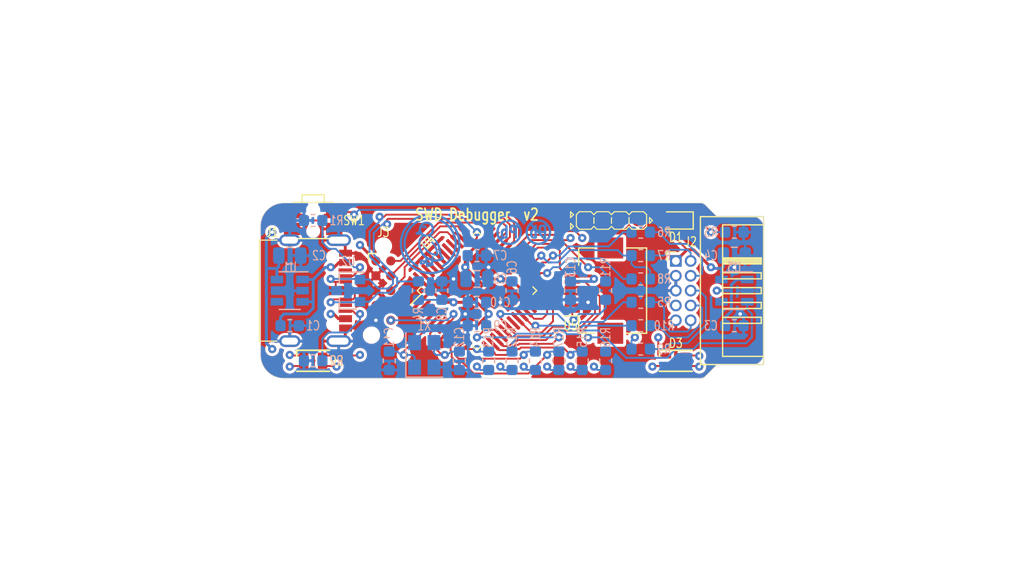
<source format=kicad_pcb>
(kicad_pcb (version 20221018) (generator pcbnew)
  (layers (0 "F.Cu" signal) (1 "In1.Cu" signal) (2 "In2.Cu" signal) (31 "B.Cu" signal) (34 "B.Paste" user) (35 "F.Paste" user) (36 "B.SilkS" user "B.Silkscreen") (37 "F.SilkS" user "F.Silkscreen") (38 "B.Mask" user) (39 "F.Mask" user) (44 "Edge.Cuts" user))
  (net 0 "")
  (net 1 "gnd")
  (net 2 "vusb")
  (net 3 "rgb_usb.green")
  (net 4 "mcu.digital_15")
  (net 5 "rgb_usb.blue_res.a")
  (net 6 "mcu.xtal.xtal_in")
  (net 7 "mcu.swd.swdio")
  (net 8 "lcd.spi.sck")
  (net 9 "swd.swd.reset")
  (net 10 "target.swd.swdio")
  (net 11 "mcu.digital_26")
  (net 12 "v3v3")
  (net 13 "lcd.reset")
  (net 14 "rgb_tgt.green")
  (net 15 "target_drv.swo_out")
  (net 16 "rgb_tgt.green_res.a")
  (net 17 "target_drv.swd.swclk")
  (net 18 "target_reg.en")
  (net 19 "swd.swd.swclk")
  (net 20 "mcu.digital_22")
  (net 21 "target_drv.swd.swo")
  (net 22 "mcu.spi_0.mosi")
  (net 23 "mcu.digital_12")
  (net 24 "crystal.crystal.b")
  (net 25 "mcu.digital_28")
  (net 26 "mcu.digital_18")
  (net 27 "target_drv.reset_in")
  (net 28 "mcu.swd.swo")
  (net 29 "rgb_tgt.package.red_k")
  (net 30 "rgb_usb.green_res.a")
  (net 31 "mcu.digital_27")
  (net 32 "led_target.signal")
  (net 33 "mcu.digital_13")
  (net 34 "usb_net.d_N")
  (net 35 "usb_net.d_P")
  (net 36 "rgb_tgt.blue_res.a")
  (net 37 "target.swd.reset")
  (net 38 "usb.port.B5")
  (net 39 "lcd.device.leda")
  (net 40 "lcd.rs")
  (net 41 "led_target.package.k")
  (net 42 "rgb_usb.red_res.a")
  (net 43 "rgb_usb.blue")
  (net 44 "usb.port.A5")
  (net 45 "(adapter)tdi_res.a.dst")
  (net 46 "lcd.cs")
  (net 47 "tdi_res.b")
  (footprint "calisco:USB_C_Receptacle_BSC_A40-00119" (layer "F.Cu") (at 141 56 -90)
    (fp_text reference "J1")
    (fp_text value "COM-15111 (Sparkfun)")
  )
  (footprint "calisco:LED_RGB_0606" (layer "F.Cu") (at 174 62)
    (fp_text reference "D3")
    (fp_text value "EAST1616RGBB2 (Everlight Electronics Co Ltd)")
  )
  (footprint "calisco:LED_RGB_0606" (layer "F.Cu") (at 143 62)
    (fp_text reference "D2")
    (fp_text value "EAST1616RGBB2 (Everlight Electronics Co Ltd)")
  )
  (footprint "Connector_FFC-FPC:Hirose_FH12-8S-0.5SH_1x08-1MP_P0.50mm_Horizontal" (layer "F.Cu") (at 167 56 90)
    (fp_text reference "U5")
    (fp_text value "QT096T_IF09, FH12-8S-0.5SH(55)")
  )
  (footprint "calisco:Indicator_IdDots_4" (layer "F.Cu") (at 168.5 50)
    (fp_text reference "2" hide)
    (fp_text value "IdDots4")
  )
  (footprint "Connector:Tag-Connect_TC2050-IDC-NL_2x05_P1.27mm_Vertical" (layer "F.Cu") (at 149 56 -90)
    (fp_text reference "J3")
    (fp_text value "SWD")
  )
  (footprint "Package_QFP:LQFP-48_7x7mm_P0.5mm" (layer "F.Cu") (at 157 56 45)
    (fp_text reference "U4")
    (fp_text value "STM32F103xxT6 (STMicroelectronics)")
  )
  (footprint "calisco:PinHeader_2x05_P1.27mm_Horizontal_Shrouded" (layer "F.Cu") (at 174 53.46)
    (fp_text reference "J2")
    (fp_text value "3220-10-0200-00 (CNC Tech) - SWD")
  )
  (footprint "LED_SMD:LED_0603_1608Metric" (layer "F.Cu") (at 174 50 180)
    (fp_text reference "D1")
    (fp_text value "LED")
  )
  (footprint "Button_Switch_SMD:SW_SPST_EVQP7C" (layer "F.Cu") (at 143 50 180)
    (fp_text reference "SW1")
    (fp_text value "EVQ-P7C01P")
  )
  (footprint "Capacitor_SMD:C_0603_1608Metric" (layer "B.Cu") (at 141 59)
    (fp_text reference "C1")
    (fp_text value "CL10A105KP8NNNC (Samsung Electro-Mechanics) - 1µF, 10V")
  )
  (footprint "Capacitor_SMD:C_0805_2012Metric" (layer "B.Cu") (at 141 53)
    (fp_text reference "C2")
    (fp_text value "CL21B225KPFNNNE (Samsung Electro-Mechanics) - 2.2µF, 10V")
  )
  (footprint "calisco:Symbol_Duckling" (layer "B.Cu") (at 153 52 180)
    (fp_text reference "U6" hide)
    (fp_text value "Duck" hide)
  )
  (footprint "Resistor_SMD:R_0603_1608Metric" (layer "B.Cu") (at 143 62)
    (fp_text reference "R2")
    (fp_text value "5.1k, 1%, 0.1W")
  )
  (footprint "Resistor_SMD:R_0603_1608Metric" (layer "B.Cu") (at 171 57)
    (fp_text reference "R5")
    (fp_text value "22, 1%, 0.1W")
  )
  (footprint "Resistor_SMD:R_0603_1608Metric" (layer "B.Cu") (at 171 51)
    (fp_text reference "R6")
    (fp_text value "22, 1%, 0.1W")
  )
  (footprint "Resistor_SMD:R_0603_1608Metric" (layer "B.Cu") (at 171 61)
    (fp_text reference "R9")
    (fp_text value "22, 1%, 0.1W")
  )
  (footprint "Resistor_SMD:R_0603_1608Metric" (layer "B.Cu") (at 171 59)
    (fp_text reference "R10")
    (fp_text value "22, 1%, 0.1W")
  )
  (footprint "Capacitor_SMD:C_0603_1608Metric" (layer "B.Cu") (at 149.5 62 -90)
    (fp_text reference "C11")
    (fp_text value "CC0603GRNPO9BN180 (Yageo) - 18pF, 50V")
  )
  (footprint "Resistor_SMD:R_0603_1608Metric" (layer "B.Cu") (at 164 62 90)
    (fp_text reference "R17")
    (fp_text value "1k, 1%, 0.1W")
  )
  (footprint "Resistor_SMD:R_0603_1608Metric" (layer "B.Cu") (at 166 62 90)
    (fp_text reference "R15")
    (fp_text value "1k, 1%, 0.1W")
  )
  (footprint "Resistor_SMD:R_0603_1608Metric" (layer "B.Cu") (at 158 62 90)
    (fp_text reference "R13")
    (fp_text value "1k, 1%, 0.1W")
  )
  (footprint "Resistor_SMD:R_0603_1608Metric" (layer "B.Cu") (at 160 62 90)
    (fp_text reference "R12")
    (fp_text value "1k, 1%, 0.1W")
  )
  (footprint "Capacitor_SMD:C_0603_1608Metric" (layer "B.Cu") (at 165 56 -90)
    (fp_text reference "C13")
    (fp_text value "CL10A105KP8NNNC (Samsung Electro-Mechanics) - 1µF, 10V")
  )
  (footprint "Package_TO_SOT_SMD:SOT-23" (layer "B.Cu") (at 146 56 180)
    (fp_text reference "U2")
    (fp_text value "TPD2E009 (Texas Instruments)")
  )
  (footprint "calisco:Indicator_LeadFree" (layer "B.Cu") (at 161 51)
    (fp_text reference "1" hide)
    (fp_text value "LeadFree" hide)
  )
  (footprint "Resistor_SMD:R_0603_1608Metric" (layer "B.Cu") (at 171 53)
    (fp_text reference "R7")
    (fp_text value "22, 1%, 0.1W")
  )
  (footprint "Resistor_SMD:R_0603_1608Metric" (layer "B.Cu") (at 171 55)
    (fp_text reference "R8")
    (fp_text value "100, 1%, 0.1W")
  )
  (footprint "Resistor_SMD:R_0603_1608Metric" (layer "B.Cu") (at 162 62 90)
    (fp_text reference "R14")
    (fp_text value "1k, 1%, 0.1W")
  )
  (footprint "Resistor_SMD:R_0603_1608Metric" (layer "B.Cu") (at 143 50)
    (fp_text reference "R1")
    (fp_text value "5.1k, 1%, 0.1W")
  )
  (footprint "Capacitor_SMD:C_0603_1608Metric" (layer "B.Cu") (at 154 56 90)
    (fp_text reference "C8")
    (fp_text value "CL10B104KB8NNNC (Samsung Electro-Mechanics) - 0.1µF, 50V")
  )
  (footprint "Capacitor_SMD:C_0603_1608Metric" (layer "B.Cu") (at 160 56 -90)
    (fp_text reference "C6")
    (fp_text value "CL10B104KB8NNNC (Samsung Electro-Mechanics) - 0.1µF, 50V")
  )
  (footprint "Capacitor_SMD:C_0603_1608Metric" (layer "B.Cu") (at 157 57 180)
    (fp_text reference "C10")
    (fp_text value "CL10A105KP8NNNC (Samsung Electro-Mechanics) - 1µF, 10V")
  )
  (footprint "Capacitor_SMD:C_0603_1608Metric" (layer "B.Cu") (at 157 59 180)
    (fp_text reference "C9")
    (fp_text value "CL10B103KB8NNNC (Samsung Electro-Mechanics) - 10000pF, 50V")
  )
  (footprint "Capacitor_SMD:C_0805_2012Metric" (layer "B.Cu") (at 157 55)
    (fp_text reference "C5")
    (fp_text value "CL21A475KQFNNNG (Samsung Electro-Mechanics) - 4.7µF, 6.3V")
  )
  (footprint "Capacitor_SMD:C_0603_1608Metric" (layer "B.Cu") (at 157 53)
    (fp_text reference "C7")
    (fp_text value "CL10B104KB8NNNC (Samsung Electro-Mechanics) - 0.1µF, 50V")
  )
  (footprint "Resistor_SMD:R_0603_1608Metric" (layer "B.Cu") (at 168 56 -90)
    (fp_text reference "R11")
    (fp_text value "100, 1%, 0.1W")
  )
  (footprint "Resistor_SMD:R_0603_1608Metric" (layer "B.Cu") (at 179 51)
    (fp_text reference "R3")
    (fp_text value "1k, 1%, 0.1W")
  )
  (footprint "Capacitor_SMD:C_0603_1608Metric" (layer "B.Cu") (at 179 59)
    (fp_text reference "C3")
    (fp_text value "CL10A105KP8NNNC (Samsung Electro-Mechanics) - 1µF, 10V")
  )
  (footprint "Package_TO_SOT_SMD:SOT-23-5" (layer "B.Cu") (at 179 56 180)
    (fp_text reference "U3")
    (fp_text value "AP2204K-3.3 (Diodes Incorporated)")
  )
  (footprint "Capacitor_SMD:C_0805_2012Metric" (layer "B.Cu") (at 179 53)
    (fp_text reference "C4")
    (fp_text value "CL21B225KPFNNNE (Samsung Electro-Mechanics) - 2.2µF, 10V")
  )
  (footprint "Resistor_SMD:R_0603_1608Metric" (layer "B.Cu") (at 152 56 90)
    (fp_text reference "R4")
    (fp_text value "1.5k, 1%, 0.1W")
  )
  (footprint "Resistor_SMD:R_0603_1608Metric" (layer "B.Cu") (at 168 62 90)
    (fp_text reference "R16")
    (fp_text value "1k, 1%, 0.1W")
  )
  (footprint "Oscillator:Oscillator_SMD_Abracon_ASE-4Pin_3.2x2.5mm" (layer "B.Cu") (at 152.5 61.5 90)
    (fp_text reference "X1")
    (fp_text value "7V-12.000MAHE-T (TXC)")
  )
  (footprint "Capacitor_SMD:C_0603_1608Metric" (layer "B.Cu") (at 155.5 62 -90)
    (fp_text reference "C12")
    (fp_text value "CC0603GRNPO9BN180 (Yageo) - 18pF, 50V")
  )
  (footprint "Package_TO_SOT_SMD:SOT-23-5" (layer "B.Cu") (at 141 56 180)
    (fp_text reference "U1")
    (fp_text value "AP2204K-3.3 (Diodes Incorporated)")
  )
  (gr_line (start 140.5 63.5) (end 176.35 63.5) (stroke (width 0.05)) (layer "Edge.Cuts"))
  (gr_line (start 177.5 49.65) (end 176.35 48.5) (stroke (width 0.05)) (layer "Edge.Cuts"))
  (gr_line (start 176.35 63.5) (end 177.5 62.35) (stroke (width 0.05)) (layer "Edge.Cuts"))
  (gr_line (start 181.5 62.35) (end 177.5 62.35) (stroke (width 0.05)) (layer "Edge.Cuts"))
  (gr_line (start 181.5 49.65) (end 181.5 62.35) (stroke (width 0.05)) (layer "Edge.Cuts"))
  (gr_line (start 140.5 48.5) (end 176.35 48.5) (stroke (width 0.05)) (layer "Edge.Cuts"))
  (gr_line (start 138.5 61.5) (end 138.5 50.5) (stroke (width 0.05)) (layer "Edge.Cuts"))
  (gr_arc (start 140.5 63.5) (mid 139.085786 62.914214) (end 138.5 61.5) (stroke (width 0.05)) (layer "Edge.Cuts"))
  (gr_arc (start 138.5 50.5) (mid 139.085786 49.085786) (end 140.5 48.5) (stroke (width 0.05)) (layer "Edge.Cuts"))
  (gr_line (start 177.5 49.65) (end 181.5 49.65) (stroke (width 0.05)) (layer "Edge.Cuts"))
  (gr_text "SWD Debugger  v2" (at 157 49.5) (layer "F.SilkS") (effects (font (size 1 0.75))))
  (segment (start 158.352342 51.465678) (end 157.5 52.31802) (width 0.25) (layer "F.Cu") (net 1))
  (segment (start 157.5 53.5) (end 158 54) (width 0.25) (layer "F.Cu") (net 1))
  (segment (start 160.68198 56.5) (end 159.5 56.5) (width 0.25) (layer "F.Cu") (net 1))
  (segment (start 161.534322 57.352342) (end 160.68198 56.5) (width 0.25) (layer "F.Cu") (net 1))
  (segment (start 154.586998 59.473662) (end 156 58.06066) (width 0.25) (layer "F.Cu") (net 1))
  (segment (start 156 58.06066) (end 156 58) (width 0.25) (layer "F.Cu") (net 1))
  (segment (start 159.5 56.5) (end 159 57) (width 0.25) (layer "F.Cu") (net 1))
  (segment (start 153.31802 55.5) (end 154.5 55.5) (width 0.25) (layer "F.Cu") (net 1))
  (segment (start 152.465678 54.647658) (end 153.31802 55.5) (width 0.25) (layer "F.Cu") (net 1))
  (segment (start 154.5 55.5) (end 155 55) (width 0.25) (layer "F.Cu") (net 1))
  (segment (start 157.5 52.31802) (end 157.5 53.5) (width 0.25) (layer "F.Cu") (net 1))
  (segment (start 153.526338 53.586998) (end 154.93934 55) (width 0.16) (layer "F.Cu") (net 1))
  (segment (start 154.93934 55) (end 155 55) (width 0.16) (layer "F.Cu") (net 1))
  (segment (start 145.745 52.8) (end 145.745 51.68) (width 0.25) (layer "F.Cu") (net 1))
  (segment (start 145.745 59.2) (end 145.745 60.32) (width 0.25) (layer "F.Cu") (net 1))
  (segment (start 166.25 57.25) (end 166.5 57) (width 0.25) (layer "F.Cu") (net 1))
  (segment (start 165.15 57.25) (end 166.25 57.25) (width 0.25) (layer "F.Cu") (net 1))
  (via (at 159 57) (size 0.7) (drill 0.3) (layers "F.Cu" "B.Cu") (net 1))
  (via (at 155 55) (size 0.7) (drill 0.3) (layers "F.Cu" "B.Cu") (net 1))
  (via (at 158 54) (size 0.7) (drill 0.3) (layers "F.Cu" "B.Cu") (net 1))
  (via (at 156 58) (size 0.7) (drill 0.3) (layers "F.Cu" "B.Cu") (net 1))
  (via (at 148.365 58.54) (size 0.7) (drill 0.3) (layers "F.Cu" "B.Cu") (net 1))
  (via (at 179.5 58) (size 0.7) (drill 0.3) (layers "F.Cu" "B.Cu") (net 1))
  (via (at 166.5 57) (size 0.7) (drill 0.3) (layers "F.Cu" "B.Cu") (net 1))
  (via (at 179 54) (size 0.7) (drill 0.3) (layers "F.Cu" "B.Cu") (net 1))
  (segment (start 156.2125 59) (end 156.2125 58.2125) (width 0.25) (layer "B.Cu") (net 1))
  (segment (start 154.7875 55.2125) (end 155 55) (width 0.25) (layer "B.Cu") (net 1))
  (segment (start 160 56.7875) (end 159.2125 56.7875) (width 0.25) (layer "B.Cu") (net 1))
  (segment (start 159.2125 56.7875) (end 159 57) (width 0.25) (layer "B.Cu") (net 1))
  (segment (start 156.2125 57.7875) (end 156 58) (width 0.25) (layer "B.Cu") (net 1))
  (segment (start 156.2125 57) (end 156.2125 57.7875) (width 0.25) (layer "B.Cu") (net 1))
  (segment (start 157.9375 55) (end 157.9375 54.0625) (width 0.25) (layer "B.Cu") (net 1))
  (segment (start 157.9375 54.0625) (end 158 54) (width 0.25) (layer "B.Cu") (net 1))
  (segment (start 156.2125 58.2125) (end 156 58) (width 0.25) (layer "B.Cu") (net 1))
  (segment (start 154 55.2125) (end 154.7875 55.2125) (width 0.25) (layer "B.Cu") (net 1))
  (segment (start 157.7875 53.7875) (end 158 54) (width 0.25) (layer "B.Cu") (net 1))
  (segment (start 157.7875 53) (end 157.7875 53.7875) (width 0.25) (layer "B.Cu") (net 1))
  (segment (start 179.9375 53.8125) (end 179.75 54) (width 0.16) (layer "B.Cu") (net 1))
  (segment (start 156 62) (end 155.5 62) (width 0.16) (layer "B.Cu") (net 1))
  (segment (start 156.21501 61.78499) (end 156 62) (width 0.16) (layer "B.Cu") (net 1))
  (segment (start 166.2875 56.7875) (end 166.5 57) (width 0.25) (layer "B.Cu") (net 1))
  (segment (start 156.2125 59) (end 156.21501 59.00251) (width 0.16) (layer "B.Cu") (net 1))
  (segment (start 179.9375 53) (end 179.9375 53.8125) (width 0.16) (layer "B.Cu") (net 1))
  (segment (start 179.7875 59) (end 179.7875 58.2875) (width 0.16) (layer "B.Cu") (net 1))
  (segment (start 165 56.7875) (end 166.2875 56.7875) (width 0.25) (layer "B.Cu") (net 1))
  (segment (start 179.7875 58.2875) (end 179.5 58) (width 0.16) (layer "B.Cu") (net 1))
  (segment (start 179.75 54) (end 179 54) (width 0.16) (layer "B.Cu") (net 1))
  (segment (start 155.5 62) (end 155.5 62.7875) (width 0.16) (layer "B.Cu") (net 1))
  (segment (start 156.21501 59.00251) (end 156.21501 61.78499) (width 0.16) (layer "B.Cu") (net 1))
  (segment (start 145.156998 58.4) (end 144.756998 58) (width 0.25) (layer "F.Cu") (net 2))
  (segment (start 145.745 58.4) (end 145.156998 58.4) (width 0.25) (layer "F.Cu") (net 2))
  (segment (start 144.8 54) (end 144.5 54) (width 0.25) (layer "F.Cu") (net 2))
  (segment (start 144.5 57.999916) (end 144.499916 58) (width 0.25) (layer "F.Cu") (net 2))
  (segment (start 144.756998 58) (end 144.499916 58) (width 0.25) (layer "F.Cu") (net 2))
  (segment (start 145.745 53.6) (end 145.2 53.6) (width 0.25) (layer "F.Cu") (net 2))
  (segment (start 145.2 53.6) (end 144.8 54) (width 0.25) (layer "F.Cu") (net 2))
  (via (at 144.5 54) (size 0.7) (drill 0.3) (layers "F.Cu" "B.Cu") (net 2))
  (via (at 177.5 56) (size 0.7) (drill 0.3) (layers "F.Cu" "B.Cu") (net 2))
  (via (at 144.499916 58) (size 0.7) (drill 0.3) (layers "F.Cu" "B.Cu") (net 2))
  (segment (start 142.5 58) (end 143 57.5) (width 0.25) (layer "B.Cu") (net 2))
  (segment (start 140.5 58) (end 142.5 58) (width 0.25) (layer "B.Cu") (net 2))
  (segment (start 142.1 56.95) (end 143 56.95) (width 0.25) (layer "B.Cu") (net 2))
  (segment (start 178.75 57.75) (end 178.75 56) (width 0.25) (layer "B.Cu") (net 2))
  (segment (start 178.75 55.5) (end 179.2 55.05) (width 0.25) (layer "B.Cu") (net 2))
  (segment (start 144.5 54) (end 144.05 54) (width 0.25) (layer "B.Cu") (net 2))
  (segment (start 144.499916 54.000084) (end 144.5 54) (width 0.25) (layer "B.Cu") (net 2))
  (segment (start 143 56.95) (end 143 55.05) (width 0.25) (layer "B.Cu") (net 2))
  (segment (start 178.2125 58.2875) (end 178.75 57.75) (width 0.25) (layer "B.Cu") (net 2))
  (segment (start 179.2 55.05) (end 180.1 55.05) (width 0.25) (layer "B.Cu") (net 2))
  (segment (start 178.2125 59) (end 178.2125 58.2875) (width 0.25) (layer "B.Cu") (net 2))
  (segment (start 143 57.5) (end 143 56.95) (width 0.25) (layer "B.Cu") (net 2))
  (segment (start 140.2125 58.2875) (end 140.5 58) (width 0.25) (layer "B.Cu") (net 2))
  (segment (start 140.2125 59) (end 140.2125 58.2875) (width 0.25) (layer "B.Cu") (net 2))
  (segment (start 142.1 55.05) (end 143 55.05) (width 0.25) (layer "B.Cu") (net 2))
  (segment (start 144.05 54) (end 143 55.05) (width 0.25) (layer "B.Cu") (net 2))
  (segment (start 177.5 56) (end 178.75 56) (width 0.25) (layer "B.Cu") (net 2))
  (segment (start 178.75 56) (end 178.75 55.5) (width 0.25) (layer "B.Cu") (net 2))
  (segment (start 157 61) (end 156.113336 61) (width 0.16) (layer "F.Cu") (net 3))
  (segment (start 156.113336 61) (end 156.001212 60.887876) (width 0.16) (layer "F.Cu") (net 3))
  (via (at 157 61) (size 0.7) (drill 0.3) (layers "F.Cu" "B.Cu") (net 3))
  (segment (start 158 61.2125) (end 157.2125 61.2125) (width 0.16) (layer "B.Cu") (net 3))
  (segment (start 157.2125 61.2125) (end 157 61) (width 0.16) (layer "B.Cu") (net 3))
  (segment (start 158.610912 61.5) (end 159.905124 61.5) (width 0.16) (layer "F.Cu") (net 4))
  (segment (start 160.626758 61) (end 160.756718 60.87004) (width 0.16) (layer "F.Cu") (net 4))
  (segment (start 157.998788 60.887876) (end 158.610912 61.5) (width 0.16) (layer "F.Cu") (net 4))
  (segment (start 160.405124 61) (end 160.626758 61) (width 0.16) (layer "F.Cu") (net 4))
  (segment (start 160.756718 60.87004) (end 164.37004 60.87004) (width 0.16) (layer "F.Cu") (net 4))
  (segment (start 159.905124 61.5) (end 160.405124 61) (width 0.16) (layer "F.Cu") (net 4))
  (segment (start 164.37004 60.87004) (end 165 61.5) (width 0.16) (layer "F.Cu") (net 4))
  (via (at 165 61.5) (size 0.7) (drill 0.3) (layers "F.Cu" "B.Cu") (net 4))
  (segment (start 166 61.2125) (end 165.2875 61.2125) (width 0.16) (layer "B.Cu") (net 4))
  (segment (start 165.2875 61.2125) (end 165 61.5) (width 0.16) (layer "B.Cu") (net 4))
  (segment (start 142.2 62.45) (end 141.05 62.45) (width 0.16) (layer "F.Cu") (net 5))
  (segment (start 141.05 62.45) (end 141 62.5) (width 0.16) (layer "F.Cu") (net 5))
  (via (at 161 62.5) (size 0.7) (drill 0.3) (layers "F.Cu" "B.Cu") (net 5))
  (via (at 141 62.5) (size 0.7) (drill 0.3) (layers "F.Cu" "B.Cu") (net 5))
  (segment (start 161.2875 62.7875) (end 161 62.5) (width 0.16) (layer "B.Cu") (net 5))
  (segment (start 162 62.7875) (end 161.2875 62.7875) (width 0.16) (layer "B.Cu") (net 5))
  (segment (start 150.75 61.18934) (end 150.75 61.5) (width 0.16) (layer "F.Cu") (net 6))
  (segment (start 153.526338 58.413002) (end 150.75 61.18934) (width 0.16) (layer "F.Cu") (net 6))
  (via (at 150.75 61.5) (size 0.7) (drill 0.3) (layers "F.Cu" "B.Cu") (net 6))
  (segment (start 151.675 61.675) (end 151.5 61.5) (width 0.16) (layer "B.Cu") (net 6))
  (segment (start 150.5 61.5) (end 150.75 61.5) (width 0.16) (layer "B.Cu") (net 6))
  (segment (start 151.5 61.5) (end 150.75 61.5) (width 0.16) (layer "B.Cu") (net 6))
  (segment (start 150.2125 61.2125) (end 150.5 61.5) (width 0.16) (layer "B.Cu") (net 6))
  (segment (start 149.5 61.2125) (end 150.2125 61.2125) (width 0.16) (layer "B.Cu") (net 6))
  (segment (start 151.675 62.55) (end 151.675 61.675) (width 0.16) (layer "B.Cu") (net 6))
  (segment (start 155.17999 50.17999) (end 159.17999 50.17999) (width 0.16) (layer "F.Cu") (net 7))
  (segment (start 155.17999 50.17999) (end 153.732447 50.179991) (width 0.16) (layer "F.Cu") (net 7))
  (segment (start 153.732447 50.179991) (end 150.452438 53.46) (width 0.16) (layer "F.Cu") (net 7))
  (segment (start 159.5 51.025126) (end 158.705895 51.819231) (width 0.16) (layer "F.Cu") (net 7))
  (segment (start 159.17999 50.17999) (end 159.25 50.25) (width 0.16) (layer "F.Cu") (net 7))
  (segment (start 159.25 50.25) (end 159.5 50.5) (width 0.16) (layer "F.Cu") (net 7))
  (segment (start 159.5 50.5) (end 159.5 51.025126) (width 0.16) (layer "F.Cu") (net 7))
  (segment (start 155.17999 50.17999) (end 155.52164 50.17999) (width 0.16) (layer "F.Cu") (net 7))
  (segment (start 150.452438 53.46) (end 149.635 53.46) (width 0.16) (layer "F.Cu") (net 7))
  (segment (start 165.15 55.25) (end 166.25 55.25) (width 0.16) (layer "F.Cu") (net 8))
  (segment (start 160.491615 60.230019) (end 160.401625 60.320009) (width 0.16) (layer "F.Cu") (net 8))
  (segment (start 162.896779 60.230019) (end 160.491615 60.230019) (width 0.16) (layer "F.Cu") (net 8))
  (segment (start 164.584246 59.410013) (end 164.584233 59.41) (width 0.16) (layer "F.Cu") (net 8))
  (segment (start 167.5 56.5) (end 167.5 57.952562) (width 0.16) (layer "F.Cu") (net 8))
  (segment (start 167.5 57.952562) (end 166.042551 59.410012) (width 0.16) (layer "F.Cu") (net 8))
  (segment (start 166.042551 59.410012) (end 164.584246 59.410013) (width 0.16) (layer "F.Cu") (net 8))
  (segment (start 163.716798 59.41) (end 162.896779 60.230019) (width 0.16) (layer "F.Cu") (net 8))
  (segment (start 159.75 60.75) (end 159.275126 60.75) (width 0.16) (layer "F.Cu") (net 8))
  (segment (start 164.584233 59.41) (end 163.716798 59.41) (width 0.16) (layer "F.Cu") (net 8))
  (segment (start 166.25 55.25) (end 167.5 56.5) (width 0.16) (layer "F.Cu") (net 8))
  (segment (start 160.17999 60.320009) (end 159.75 60.75) (width 0.16) (layer "F.Cu") (net 8))
  (segment (start 160.401625 60.320009) (end 160.17999 60.320009) (width 0.16) (layer "F.Cu") (net 8))
  (segment (start 159.275126 60.75) (end 158.705895 60.180769) (width 0.16) (layer "F.Cu") (net 8))
  (segment (start 155 58) (end 155 58.353554) (width 0.16) (layer "F.Cu") (net 9))
  (segment (start 155 58.353554) (end 154.233445 59.120109) (width 0.16) (layer "F.Cu") (net 9))
  (via (at 155 58) (size 0.7) (drill 0.3) (layers "F.Cu" "B.Cu") (net 9))
  (via (at 149.635 58.54) (size 0.7) (drill 0.3) (layers "F.Cu" "B.Cu") (net 9))
  (segment (start 149.635 58.54) (end 154.46 58.54) (width 0.16) (layer "B.Cu") (net 9))
  (segment (start 154.46 58.54) (end 155 58) (width 0.16) (layer "B.Cu") (net 9))
  (segment (start 175.27 52.77) (end 175.27 53.46) (width 0.16) (layer "B.Cu") (net 10))
  (segment (start 171.7875 53) (end 173 53) (width 0.16) (layer "B.Cu") (net 10))
  (segment (start 175 52.5) (end 175.27 52.77) (width 0.16) (layer "B.Cu") (net 10))
  (segment (start 173.5 52.5) (end 175 52.5) (width 0.16) (layer "B.Cu") (net 10))
  (segment (start 173 53) (end 173.5 52.5) (width 0.16) (layer "B.Cu") (net 10))
  (segment (start 161.887876 55.001212) (end 162.389088 54.5) (width 0.16) (layer "F.Cu") (net 11))
  (segment (start 162.389088 54.5) (end 163 54.5) (width 0.16) (layer "F.Cu") (net 11))
  (via (at 163 54.5) (size 0.7) (drill 0.3) (layers "F.Cu" "B.Cu") (net 11))
  (segment (start 164 54) (end 163.5 54) (width 0.16) (layer "B.Cu") (net 11))
  (segment (start 170.2125 55) (end 169.5 55) (width 0.16) (layer "B.Cu") (net 11))
  (segment (start 163.5 54) (end 163 54.5) (width 0.16) (layer "B.Cu") (net 11))
  (segment (start 167.75 53.25) (end 164.75 53.25) (width 0.16) (layer "B.Cu") (net 11))
  (segment (start 169.5 55) (end 167.75 53.25) (width 0.16) (layer "B.Cu") (net 11))
  (segment (start 164.75 53.25) (end 164 54) (width 0.16) (layer "B.Cu") (net 11))
  (segment (start 158 58) (end 156.5 56.5) (width 0.25) (layer "F.Cu") (net 12))
  (segment (start 155.767766 59) (end 157 59) (width 0.25) (layer "F.Cu") (net 12))
  (segment (start 157.5 55.5) (end 156.5 56.5) (width 0.25) (layer "F.Cu") (net 12))
  (segment (start 153.055456 55.944544) (end 154.110912 57) (width 0.25) (layer "F.Cu") (net 12))
  (segment (start 156.5 56.5) (end 156 57) (width 0.25) (layer "F.Cu") (net 12))
  (segment (start 154.110912 57) (end 155 57) (width 0.25) (layer "F.Cu") (net 12))
  (segment (start 152.112124 56.998788) (end 153.055456 56.055456) (width 0.25) (layer "F.Cu") (net 12))
  (segment (start 153.055456 56.055456) (end 153.055456 55.944544) (width 0.25) (layer "F.Cu") (net 12))
  (segment (start 154.940551 59.827215) (end 155.767766 59) (width 0.25) (layer "F.Cu") (net 12))
  (segment (start 157 59) (end 158 58) (width 0.25) (layer "F.Cu") (net 12))
  (segment (start 157.998788 51.112124) (end 156 53.110912) (width 0.25) (layer "F.Cu") (net 12))
  (segment (start 156 53.110912) (end 156 54) (width 0.25) (layer "F.Cu") (net 12))
  (segment (start 152.112124 55.001212) (end 153.055456 55.944544) (width 0.25) (layer "F.Cu") (net 12))
  (segment (start 158 55) (end 157.5 55.5) (width 0.25) (layer "F.Cu") (net 12))
  (segment (start 156 54) (end 157.5 55.5) (width 0.25) (layer "F.Cu") (net 12))
  (segment (start 159.797178 55) (end 159 55) (width 0.25) (layer "F.Cu") (net 12))
  (segment (start 161.887876 56.998788) (end 159.889088 55) (width 0.25) (layer "F.Cu") (net 12))
  (segment (start 159.889088 55) (end 159.797178 55) (width 0.25) (layer "F.Cu") (net 12))
  (segment (start 156 57) (end 155 57) (width 0.25) (layer "F.Cu") (net 12))
  (segment (start 159 55) (end 158 55) (width 0.25) (layer "F.Cu") (net 12))
  (segment (start 142.2 61.55) (end 141.05 61.55) (width 0.16) (layer "F.Cu") (net 12))
  (segment (start 172.55 61.55) (end 172.5 61.5) (width 0.16) (layer "F.Cu") (net 12))
  (segment (start 165.15 54.75) (end 166.75 54.75) (width 0.25) (layer "F.Cu") (net 12))
  (segment (start 141.05 61.55) (end 141 61.5) (width 0.16) (layer "F.Cu") (net 12))
  (segment (start 172.5 61.5) (end 172.5 60) (width 0.16) (layer "F.Cu") (net 12))
  (segment (start 148.365 53.46) (end 147 52.095) (width 0.25) (layer "F.Cu") (net 12))
  (segment (start 166.75 54.75) (end 167 55) (width 0.25) (layer "F.Cu") (net 12))
  (segment (start 173.2 61.55) (end 172.55 61.55) (width 0.16) (layer "F.Cu") (net 12))
  (via (at 159 55) (size 0.7) (drill 0.3) (layers "F.Cu" "B.Cu") (net 12))
  (via (at 156 54) (size 0.7) (drill 0.3) (layers "F.Cu" "B.Cu") (net 12))
  (via (at 155 57) (size 0.7) (drill 0.3) (layers "F.Cu" "B.Cu") (net 12))
  (via (at 158 58) (size 0.7) (drill 0.3) (layers "F.Cu" "B.Cu") (net 12))
  (via (at 172.5 60) (size 0.7) (drill 0.3) (layers "F.Cu" "B.Cu") (net 12))
  (via (at 147 52.095) (size 0.7) (drill 0.3) (layers "F.Cu" "B.Cu") (net 12))
  (via (at 167 55) (size 0.7) (drill 0.3) (layers "F.Cu" "B.Cu") (net 12))
  (via (at 139.5 61) (size 0.7) (drill 0.3) (layers "F.Cu" "B.Cu") (net 12))
  (via (at 141 61.5) (size 0.7) (drill 0.3) (layers "F.Cu" "B.Cu") (net 12))
  (via (at 139.5 51) (size 0.7) (drill 0.3) (layers "F.Cu" "B.Cu") (net 12))
  (segment (start 157.7875 59) (end 157.7875 58.2125) (width 0.25) (layer "B.Cu") (net 12))
  (segment (start 156.2125 53.7875) (end 156 54) (width 0.25) (layer "B.Cu") (net 12))
  (segment (start 156.2125 53) (end 156.2125 53.7875) (width 0.25) (layer "B.Cu") (net 12))
  (segment (start 157.7875 57) (end 157.7875 57.7875) (width 0.25) (layer "B.Cu") (net 12))
  (segment (start 157.7875 57.7875) (end 158 58) (width 0.25) (layer "B.Cu") (net 12))
  (segment (start 157.7875 58.2125) (end 158 58) (width 0.25) (layer "B.Cu") (net 12))
  (segment (start 154 56.7875) (end 154.7875 56.7875) (width 0.25) (layer "B.Cu") (net 12))
  (segment (start 154.7875 56.7875) (end 155 57) (width 0.25) (layer "B.Cu") (net 12))
  (segment (start 160 55.2125) (end 159.2125 55.2125) (width 0.25) (layer "B.Cu") (net 12))
  (segment (start 159.2125 55.2125) (end 159 55) (width 0.25) (layer "B.Cu") (net 12))
  (segment (start 156.0625 55) (end 156.0625 54.0625) (width 0.25) (layer "B.Cu") (net 12))
  (segment (start 156.0625 54.0625) (end 156 54) (width 0.25) (layer "B.Cu") (net 12))
  (segment (start 166.7875 55.2125) (end 167 55) (width 0.25) (layer "B.Cu") (net 12))
  (segment (start 139 55) (end 139 54.5) (width 0.25) (layer "B.Cu") (net 12))
  (segment (start 140.0625 53.9375) (end 140.0625 53) (width 0.25) (layer "B.Cu") (net 12))
  (segment (start 152 56.7875) (end 154 56.7875) (width 0.16) (layer "B.Cu") (net 12))
  (segment (start 165 55.2125) (end 166.7875 55.2125) (width 0.25) (layer "B.Cu") (net 12))
  (segment (start 139 54.5) (end 139 60.5) (width 0.25) (layer "B.Cu") (net 12))
  (segment (start 139 51.5) (end 139.5 51) (width 0.25) (layer "B.Cu") (net 12))
  (segment (start 139 60.5) (end 139.5 61) (width 0.25) (layer "B.Cu") (net 12))
  (segment (start 139 54.5) (end 139 51.5) (width 0.25) (layer "B.Cu") (net 12))
  (segment (start 139.9 54.1) (end 140.0625 53.9375) (width 0.25) (layer "B.Cu") (net 12))
  (segment (start 139.9 54.1) (end 139 54.1) (width 0.25) (layer "B.Cu") (net 12))
  (segment (start 139.9 55.05) (end 139.9 54.1) (width 0.25) (layer "B.Cu") (net 12))
  (segment (start 163.5 57.5) (end 164.25 56.75) (width 0.16) (layer "F.Cu") (net 13))
  (segment (start 160.473662 58.413002) (end 161.650661 59.590001) (width 0.16) (layer "F.Cu") (net 13))
  (segment (start 163.5 58.623202) (end 163.5 57.5) (width 0.16) (layer "F.Cu") (net 13))
  (segment (start 164.25 56.75) (end 165.15 56.75) (width 0.16) (layer "F.Cu") (net 13))
  (segment (start 161.650661 59.590001) (end 162.533201 59.590001) (width 0.16) (layer "F.Cu") (net 13))
  (segment (start 162.533201 59.590001) (end 163.5 58.623202) (width 0.16) (layer "F.Cu") (net 13))
  (segment (start 164.82001 51.67999) (end 165 51.5) (width 0.16) (layer "F.Cu") (net 14))
  (segment (start 160.120109 53.233445) (end 161.673564 51.67999) (width 0.16) (layer "F.Cu") (net 14))
  (segment (start 161.673564 51.67999) (end 164.82001 51.67999) (width 0.16) (layer "F.Cu") (net 14))
  (via (at 166.5 60) (size 0.7) (drill 0.3) (layers "F.Cu" "B.Cu") (net 14))
  (via (at 165 51.5) (size 0.7) (drill 0.3) (layers "F.Cu" "B.Cu") (net 14))
  (segment (start 168 60.5) (end 167.5 60) (width 0.16) (layer "B.Cu") (net 14))
  (segment (start 167.5 60) (end 166.5 60) (width 0.16) (layer "B.Cu") (net 14))
  (segment (start 168 61.2125) (end 168 60.5) (width 0.16) (layer "B.Cu") (net 14))
  (segment (start 164.541909 50.909999) (end 165.409999 50.909999) (width 0.16) (layer "F.Cu") (net 15))
  (segment (start 164.225954 51.225954) (end 164.541909 50.909999) (width 0.16) (layer "F.Cu") (net 15))
  (segment (start 163.774046 51.225954) (end 164.225954 51.225954) (width 0.16) (layer "F.Cu") (net 15))
  (segment (start 159.766555 52.879891) (end 161.420492 51.225954) (width 0.16) (layer "F.Cu") (net 15))
  (segment (start 161.420492 51.225954) (end 163.774046 51.225954) (width 0.16) (layer "F.Cu") (net 15))
  (segment (start 165.409999 50.909999) (end 166 51.5) (width 0.16) (layer "F.Cu") (net 15))
  (via (at 170.5 60) (size 0.7) (drill 0.3) (layers "F.Cu" "B.Cu") (net 15))
  (via (at 166 51.5) (size 0.7) (drill 0.3) (layers "F.Cu" "B.Cu") (net 15))
  (segment (start 170.2125 61) (end 170.2125 60.2875) (width 0.16) (layer "B.Cu") (net 15))
  (segment (start 170.2125 60.2875) (end 170.5 60) (width 0.16) (layer "B.Cu") (net 15))
  (segment (start 174.8 62.45) (end 175.95 62.45) (width 0.16) (layer "F.Cu") (net 16))
  (segment (start 175.95 62.45) (end 176 62.5) (width 0.16) (layer "F.Cu") (net 16))
  (via (at 167 62.5) (size 0.7) (drill 0.3) (layers "F.Cu" "B.Cu") (net 16))
  (via (at 176 62.5) (size 0.7) (drill 0.3) (layers "F.Cu" "B.Cu") (net 16))
  (segment (start 168 62.7875) (end 167.2875 62.7875) (width 0.16) (layer "B.Cu") (net 16))
  (segment (start 167.2875 62.7875) (end 167 62.5) (width 0.16) (layer "B.Cu") (net 16))
  (segment (start 175.847866 52.862138) (end 175.923815 52.938849) (width 0.16) (layer "B.Cu") (net 17))
  (segment (start 173.5 52) (end 175 52) (width 0.16) (layer "B.Cu") (net 17))
  (segment (start 176.25 53.25) (end 176.25 54.5) (width 0.16) (layer "B.Cu") (net 17))
  (segment (start 172.5 51) (end 173.5 52) (width 0.16) (layer "B.Cu") (net 17))
  (segment (start 176.25 54.5) (end 176.02 54.73) (width 0.16) (layer "B.Cu") (net 17))
  (segment (start 175.924091 52.94675) (end 176.203288 53.207048) (width 0.16) (layer "B.Cu") (net 17))
  (segment (start 176.206921 53.20692) (end 176.25 53.25) (width 0.16) (layer "B.Cu") (net 17))
  (segment (start 175.847905 52.854231) (end 175.847866 52.862138) (width 0.16) (layer "B.Cu") (net 17))
  (segment (start 171.7875 51) (end 172.5 51) (width 0.16) (layer "B.Cu") (net 17))
  (segment (start 175.923815 52.938849) (end 175.924091 52.94675) (width 0.16) (layer "B.Cu") (net 17))
  (segment (start 175 52) (end 175.780882 52.780882) (width 0.16) (layer "B.Cu") (net 17))
  (segment (start 176.203288 53.207048) (end 176.206921 53.20692) (width 0.16) (layer "B.Cu") (net 17))
  (segment (start 175.780882 52.780882) (end 175.847905 52.854231) (width 0.16) (layer "B.Cu") (net 17))
  (segment (start 176.02 54.73) (end 175.27 54.73) (width 0.16) (layer "B.Cu") (net 17))
  (segment (start 158.576502 59.344268) (end 157.655732 59.344268) (width 0.16) (layer "F.Cu") (net 18))
  (segment (start 159.059449 59.827215) (end 158.576502 59.344268) (width 0.16) (layer "F.Cu") (net 18))
  (segment (start 157.655732 59.344268) (end 157 60) (width 0.16) (layer "F.Cu") (net 18))
  (via (at 157 60) (size 0.7) (drill 0.3) (layers "F.Cu" "B.Cu") (net 18))
  (segment (start 163.446808 59.67999) (end 163.716799 59.409999) (width 0.16) (layer "B.Cu") (net 18))
  (segment (start 180 60.5) (end 180.5 60) (width 0.16) (layer "B.Cu") (net 18))
  (segment (start 175.5 61) (end 176 60.5) (width 0.16) (layer "B.Cu") (net 18))
  (segment (start 180.5 60) (end 180.5 58) (width 0.16) (layer "B.Cu") (net 18))
  (segment (start 164.381673 59.409999) (end 164.701696 59.730022) (width 0.16) (layer "B.Cu") (net 18))
  (segment (start 176 60.5) (end 180 60.5) (width 0.16) (layer "B.Cu") (net 18))
  (segment (start 160.367448 59.67999) (end 163.446808 59.67999) (width 0.16) (layer "B.Cu") (net 18))
  (segment (start 164.701696 59.730022) (end 165.798305 59.730021) (width 0.16) (layer "B.Cu") (net 18))
  (segment (start 180.1 57.6) (end 180.1 56.95) (width 0.16) (layer "B.Cu") (net 18))
  (segment (start 157 60) (end 160.047438 60) (width 0.16) (layer "B.Cu") (net 18))
  (segment (start 175.5 61) (end 174 61) (width 0.16) (layer "B.Cu") (net 18))
  (segment (start 180.5 58) (end 180.1 57.6) (width 0.16) (layer "B.Cu") (net 18))
  (segment (start 163.716799 59.409999) (end 164.381673 59.409999) (width 0.16) (layer "B.Cu") (net 18))
  (segment (start 165.798305 59.730021) (end 166.118327 59.409999) (width 0.16) (layer "B.Cu") (net 18))
  (segment (start 167.409999 59.409999) (end 169.75 61.75) (width 0.16) (layer "B.Cu") (net 18))
  (segment (start 174 61) (end 173.25 61.75) (width 0.16) (layer "B.Cu") (net 18))
  (segment (start 160.047438 60) (end 160.367448 59.67999) (width 0.16) (layer "B.Cu") (net 18))
  (segment (start 169.75 61.75) (end 173.25 61.75) (width 0.16) (layer "B.Cu") (net 18))
  (segment (start 166.118327 59.409999) (end 167.409999 59.409999) (width 0.16) (layer "B.Cu") (net 18))
  (segment (start 155.389088 50.5) (end 156.001212 51.112124) (width 0.16) (layer "F.Cu") (net 19))
  (segment (start 153.865 50.5) (end 155.389088 50.5) (width 0.16) (layer "F.Cu") (net 19))
  (segment (start 149.635 54.73) (end 153.865 50.5) (width 0.16) (layer "F.Cu") (net 19))
  (segment (start 160.473662 53.586998) (end 162.06066 52) (width 0.16) (layer "F.Cu") (net 20))
  (segment (start 164.5 52) (end 166.5 54) (width 0.16) (layer "F.Cu") (net 20))
  (segment (start 162.06066 52) (end 164.5 52) (width 0.16) (layer "F.Cu") (net 20))
  (via (at 166.5 54) (size 0.7) (drill 0.3) (layers "F.Cu" "B.Cu") (net 20))
  (segment (start 168 55.2125) (end 168 54.5) (width 0.16) (layer "B.Cu") (net 20))
  (segment (start 168 54.5) (end 167.5 54) (width 0.16) (layer "B.Cu") (net 20))
  (segment (start 167.5 54) (end 166.5 54) (width 0.16) (layer "B.Cu") (net 20))
  (segment (start 173.5 60.5) (end 175 60.5) (width 0.16) (layer "B.Cu") (net 21))
  (segment (start 171.7875 61) (end 173 61) (width 0.16) (layer "B.Cu") (net 21))
  (segment (start 176.570009 56.570009) (end 176 56) (width 0.16) (layer "B.Cu") (net 21))
  (segment (start 173 61) (end 173.5 60.5) (width 0.16) (layer "B.Cu") (net 21))
  (segment (start 175 60.5) (end 176.570009 58.929991) (width 0.16) (layer "B.Cu") (net 21))
  (segment (start 176 56) (end 175.27 56) (width 0.16) (layer "B.Cu") (net 21))
  (segment (start 176.570009 58.929991) (end 176.570009 56.570009) (width 0.16) (layer "B.Cu") (net 21))
  (segment (start 167.090001 56.716799) (end 166.123202 55.75) (width 0.16) (layer "F.Cu") (net 22))
  (segment (start 160.269074 59.999998) (end 160.359064 59.910008) (width 0.16) (layer "F.Cu") (net 22))
  (segment (start 159.413002 59.473662) (end 159.939338 59.999998) (width 0.16) (layer "F.Cu") (net 22))
  (segment (start 166.123202 55.75) (end 165.15 55.75) (width 0.16) (layer "F.Cu") (net 22))
  (segment (start 165.909998 59.090001) (end 167.090001 57.909999) (width 0.16) (layer "F.Cu") (net 22))
  (segment (start 163.485775 59.089989) (end 164.716785 59.089989) (width 0.16) (layer "F.Cu") (net 22))
  (segment (start 160.359064 59.910008) (end 162.665756 59.910008) (width 0.16) (layer "F.Cu") (net 22))
  (segment (start 159.939338 59.999998) (end 160.269074 59.999998) (width 0.16) (layer "F.Cu") (net 22))
  (segment (start 164.716797 59.090001) (end 165.909998 59.090001) (width 0.16) (layer "F.Cu") (net 22))
  (segment (start 164.716785 59.089989) (end 164.716797 59.090001) (width 0.16) (layer "F.Cu") (net 22))
  (segment (start 162.665756 59.910008) (end 163.485775 59.089989) (width 0.16) (layer "F.Cu") (net 22))
  (segment (start 167.090001 57.909999) (end 167.090001 56.716799) (width 0.16) (layer "F.Cu") (net 22))
  (segment (start 155.647658 51.465678) (end 156.130605 51.948625) (width 0.16) (layer "F.Cu") (net 23))
  (segment (start 143.5 50) (end 144 49.5) (width 0.16) (layer "F.Cu") (net 23))
  (segment (start 142 49.5) (end 142.5 50) (width 0.16) (layer "F.Cu") (net 23))
  (segment (start 157 51.495744) (end 157 51) (width 0.16) (layer "F.Cu") (net 23))
  (segment (start 156.547119 51.948625) (end 157 51.495744) (width 0.16) (layer "F.Cu") (net 23))
  (segment (start 142.5 50) (end 143.5 50) (width 0.16) (layer "F.Cu") (net 23))
  (segment (start 144.58 49.5) (end 144.8 49.28) (width 0.16) (layer "F.Cu") (net 23))
  (segment (start 146.5 49.5) (end 146.28 49.28) (width 0.16) (layer "F.Cu") (net 23))
  (segment (start 156.130605 51.948625) (end 156.547119 51.948625) (width 0.16) (layer "F.Cu") (net 23))
  (segment (start 144 49.5) (end 144.58 49.5) (width 0.16) (layer "F.Cu") (net 23))
  (segment (start 141.42 49.5) (end 141.2 49.28) (width 0.16) (layer "F.Cu") (net 23))
  (segment (start 146.28 49.28) (end 144.8 49.28) (width 0.16) (layer "F.Cu") (net 23))
  (segment (start 142 49.5) (end 141.42 49.5) (width 0.16) (layer "F.Cu") (net 23))
  (via (at 146.5 49.5) (size 0.7) (drill 0.3) (layers "F.Cu" "B.Cu") (net 23))
  (via (at 157 51) (size 0.7) (drill 0.3) (layers "F.Cu" "B.Cu") (net 23))
  (segment (start 146.9082 49.0918) (end 146.5 49.5) (width 0.16) (layer "B.Cu") (net 23))
  (segment (start 157 51) (end 155.5 49.5) (width 0.16) (layer "B.Cu") (net 23))
  (segment (start 155.0918 49.0918) (end 146.9082 49.0918) (width 0.16) (layer "B.Cu") (net 23))
  (segment (start 155.5 49.5) (end 155.0918 49.0918) (width 0.16) (layer "B.Cu") (net 23))
  (segment (start 153 59.646446) (end 153 60.5) (width 0.16) (layer "F.Cu") (net 24))
  (segment (start 153 60.5) (end 154 61.5) (width 0.16) (layer "F.Cu") (net 24))
  (segment (start 153.879891 58.766555) (end 153 59.646446) (width 0.16) (layer "F.Cu") (net 24))
  (via (at 154.25 61.5) (size 0.7) (drill 0.3) (layers "F.Cu" "B.Cu") (net 24))
  (segment (start 153.5 61.5) (end 154.25 61.5) (width 0.16) (layer "B.Cu") (net 24))
  (segment (start 153.325 61.325) (end 153.5 61.5) (width 0.16) (layer "B.Cu") (net 24))
  (segment (start 154.5 61.5) (end 154.25 61.5) (width 0.16) (layer "B.Cu") (net 24))
  (segment (start 154.7875 61.2125) (end 154.5 61.5) (width 0.16) (layer "B.Cu") (net 24))
  (segment (start 155.5 61.2125) (end 154.7875 61.2125) (width 0.16) (layer "B.Cu") (net 24))
  (segment (start 153.325 60.45) (end 153.325 61.325) (width 0.16) (layer "B.Cu") (net 24))
  (segment (start 162.909998 53.590002) (end 163.5 53) (width 0.16) (layer "F.Cu") (net 25))
  (segment (start 161.534322 54.647658) (end 162.591978 53.590002) (width 0.16) (layer "F.Cu") (net 25))
  (segment (start 162.591978 53.590002) (end 162.909998 53.590002) (width 0.16) (layer "F.Cu") (net 25))
  (via (at 163.5 53) (size 0.7) (drill 0.3) (layers "F.Cu" "B.Cu") (net 25))
  (segment (start 163.5 53) (end 164.047438 53) (width 0.16) (layer "B.Cu") (net 25))
  (segment (start 168.282608 52.217392) (end 169.5 51) (width 0.16) (layer "B.Cu") (net 25))
  (segment (start 169.5 51) (end 170.2125 51) (width 0.16) (layer "B.Cu") (net 25))
  (segment (start 164.830046 52.217392) (end 168.282608 52.217392) (width 0.16) (layer "B.Cu") (net 25))
  (segment (start 164.047438 53) (end 164.830046 52.217392) (width 0.16) (layer "B.Cu") (net 25))
  (segment (start 160.624166 60.55003) (end 160.534176 60.64002) (width 0.16) (layer "F.Cu") (net 26))
  (segment (start 160.534176 60.64002) (end 160.312542 60.64002) (width 0.16) (layer "F.Cu") (net 26))
  (segment (start 164 60) (end 163.44997 60.55003) (width 0.16) (layer "F.Cu") (net 26))
  (segment (start 159.861572 61.09099) (end 158.90901 61.09099) (width 0.16) (layer "F.Cu") (net 26))
  (segment (start 163.44997 60.55003) (end 160.624166 60.55003) (width 0.16) (layer "F.Cu") (net 26))
  (segment (start 158.90901 61.09099) (end 158.352342 60.534322) (width 0.16) (layer "F.Cu") (net 26))
  (segment (start 160.312542 60.64002) (end 159.861572 61.09099) (width 0.16) (layer "F.Cu") (net 26))
  (via (at 164 60) (size 0.7) (drill 0.3) (layers "F.Cu" "B.Cu") (net 26))
  (segment (start 160 60.5) (end 160.5 60) (width 0.16) (layer "B.Cu") (net 26))
  (segment (start 160 61.2125) (end 160 60.5) (width 0.16) (layer "B.Cu") (net 26))
  (segment (start 160.5 60) (end 164 60) (width 0.16) (layer "B.Cu") (net 26))
  (segment (start 159.766555 59.120109) (end 159 58.353554) (width 0.16) (layer "F.Cu") (net 27))
  (segment (start 159 58.353554) (end 159 58) (width 0.16) (layer "F.Cu") (net 27))
  (via (at 159 58) (size 0.7) (drill 0.3) (layers "F.Cu" "B.Cu") (net 27))
  (segment (start 164.966799 59.090001) (end 163.876798 58) (width 0.16) (layer "B.Cu") (net 27))
  (segment (start 170.2125 57) (end 169.5 57) (width 0.16) (layer "B.Cu") (net 27))
  (segment (start 163.876798 58) (end 163.25 58) (width 0.16) (layer "B.Cu") (net 27))
  (segment (start 165.533201 59.090001) (end 164.966799 59.090001) (width 0.16) (layer "B.Cu") (net 27))
  (segment (start 165.943212 58.679989) (end 165.533201 59.090001) (width 0.16) (layer "B.Cu") (net 27))
  (segment (start 167.820011 58.679989) (end 165.943212 58.679989) (width 0.16) (layer "B.Cu") (net 27))
  (segment (start 163.25 58) (end 159 58) (width 0.16) (layer "B.Cu") (net 27))
  (segment (start 169.5 57) (end 167.820011 58.679989) (width 0.16) (layer "B.Cu") (net 27))
  (segment (start 153.817562 51) (end 150.82001 53.997552) (width 0.16) (layer "F.Cu") (net 28))
  (segment (start 150.82001 54.81499) (end 150.5 55.135) (width 0.16) (layer "F.Cu") (net 28))
  (segment (start 154.474874 51) (end 153.817562 51) (width 0.16) (layer "F.Cu") (net 28))
  (segment (start 155.294105 51.819231) (end 154.474874 51) (width 0.16) (layer "F.Cu") (net 28))
  (segment (start 150.82001 53.997552) (end 150.82001 54.81499) (width 0.16) (layer "F.Cu") (net 28))
  (segment (start 150.5 55.135) (end 149.635 56) (width 0.16) (layer "F.Cu") (net 28))
  (segment (start 175.96 61.55) (end 176 61.59) (width 0.16) (layer "F.Cu") (net 29))
  (segment (start 174.8 61.55) (end 175.96 61.55) (width 0.16) (layer "F.Cu") (net 29))
  (via (at 176 61.59) (size 0.7) (drill 0.3) (layers "F.Cu" "B.Cu") (net 29))
  (via (at 165 62.5) (size 0.7) (drill 0.3) (layers "F.Cu" "B.Cu") (net 29))
  (segment (start 165.2875 62.7875) (end 165 62.5) (width 0.16) (layer "B.Cu") (net 29))
  (segment (start 166 62.7875) (end 165.2875 62.7875) (width 0.16) (layer "B.Cu") (net 29))
  (segment (start 143.8 62.45) (end 144.95 62.45) (width 0.16) (layer "F.Cu") (net 30))
  (segment (start 144.95 62.45) (end 145 62.5) (width 0.16) (layer "F.Cu") (net 30))
  (via (at 157 62.5) (size 0.7) (drill 0.3) (layers "F.Cu" "B.Cu") (net 30))
  (via (at 145 62.5) (size 0.7) (drill 0.3) (layers "F.Cu" "B.Cu") (net 30))
  (segment (start 157.2875 62.7875) (end 157 62.5) (width 0.16) (layer "B.Cu") (net 30))
  (segment (start 158 62.7875) (end 157.2875 62.7875) (width 0.16) (layer "B.Cu") (net 30))
  (segment (start 161.180769 54.294105) (end 162.474868 53.000006) (width 0.16) (layer "F.Cu") (net 31))
  (segment (start 162.474868 53.000006) (end 162.5 53.000006) (width 0.16) (layer "F.Cu") (net 31))
  (via (at 162.5 53) (size 0.7) (drill 0.3) (layers "F.Cu" "B.Cu") (net 31))
  (segment (start 171.5 54) (end 171.7875 54.2875) (width 0.16) (layer "B.Cu") (net 31))
  (segment (start 171.7875 54.2875) (end 171.7875 55) (width 0.16) (layer "B.Cu") (net 31))
  (segment (start 162.5 53) (end 163.090017 53.590017) (width 0.16) (layer "B.Cu") (net 31))
  (segment (start 170.2125 53.7125) (end 170.5 54) (width 0.16) (layer "B.Cu") (net 31))
  (segment (start 170.2125 53) (end 170.2125 53.7125) (width 0.16) (layer "B.Cu") (net 31))
  (segment (start 163.090001 53.590001) (end 163.909999 53.590001) (width 0.16) (layer "B.Cu") (net 31))
  (segment (start 170.5 54) (end 171.5 54) (width 0.16) (layer "B.Cu") (net 31))
  (segment (start 169.037402 52.537402) (end 169.5 53) (width 0.16) (layer "B.Cu") (net 31))
  (segment (start 162.5 53) (end 163.090001 53.590001) (width 0.16) (layer "B.Cu") (net 31))
  (segment (start 163.409983 53.590017) (end 163.090011 53.590017) (width 0.16) (layer "B.Cu") (net 31))
  (segment (start 164.962598 52.537402) (end 169.037402 52.537402) (width 0.16) (layer "B.Cu") (net 31))
  (segment (start 169.5 53) (end 170.2125 53) (width 0.16) (layer "B.Cu") (net 31))
  (segment (start 163.909999 53.590001) (end 164.962598 52.537402) (width 0.16) (layer "B.Cu") (net 31))
  (segment (start 163.090017 53.590017) (end 163.409983 53.590017) (width 0.16) (layer "B.Cu") (net 31))
  (segment (start 175.5 52.5) (end 174.96 52.5) (width 0.25) (layer "F.Cu") (net 32))
  (segment (start 173.2125 50.7525) (end 174.96 52.5) (width 0.16) (layer "F.Cu") (net 32))
  (segment (start 174.96 52.5) (end 174 53.46) (width 0.25) (layer "F.Cu") (net 32))
  (segment (start 177 54) (end 175.5 52.5) (width 0.25) (layer "F.Cu") (net 32))
  (segment (start 173.2125 50) (end 173.2125 50.7525) (width 0.16) (layer "F.Cu") (net 32))
  (via (at 177 54) (size 0.7) (drill 0.3) (layers "F.Cu" "B.Cu") (net 32))
  (segment (start 177.9 54.1) (end 177.9 55.05) (width 0.25) (layer "B.Cu") (net 32))
  (segment (start 178.0625 53) (end 178.0625 53.9375) (width 0.25) (layer "B.Cu") (net 32))
  (segment (start 177.9 54.1) (end 177.1 54.1) (width 0.25) (layer "B.Cu") (net 32))
  (segment (start 177.1 54.1) (end 177 54) (width 0.25) (layer "B.Cu") (net 32))
  (segment (start 178.0625 53.9375) (end 177.9 54.1) (width 0.25) (layer "B.Cu") (net 32))
  (segment (start 156.716799 63.090001) (end 161.409999 63.090001) (width 0.16) (layer "F.Cu") (net 33))
  (segment (start 154.840001 61.682583) (end 155.297438 62.14002) (width 0.16) (layer "F.Cu") (net 33))
  (segment (start 161.409999 63.090001) (end 163 61.5) (width 0.16) (layer "F.Cu") (net 33))
  (segment (start 155.294105 60.180769) (end 154.75 60.724874) (width 0.16) (layer "F.Cu") (net 33))
  (segment (start 155.766818 62.14002) (end 156.716799 63.090001) (width 0.16) (layer "F.Cu") (net 33))
  (segment (start 154.75 60.724874) (end 154.75 61.126798) (width 0.16) (layer "F.Cu") (net 33))
  (segment (start 154.840001 61.216799) (end 154.840001 61.682583) (width 0.16) (layer "F.Cu") (net 33))
  (segment (start 154.75 61.126798) (end 154.840001 61.216799) (width 0.16) (layer "F.Cu") (net 33))
  (segment (start 155.297438 62.14002) (end 155.766818 62.14002) (width 0.16) (layer "F.Cu") (net 33))
  (via (at 163 61.5) (size 0.7) (drill 0.3) (layers "F.Cu" "B.Cu") (net 33))
  (segment (start 163.2875 61.2125) (end 163 61.5) (width 0.16) (layer "B.Cu") (net 33))
  (segment (start 164 61.2125) (end 163.2875 61.2125) (width 0.16) (layer "B.Cu") (net 33))
  (segment (start 145.087998 56.25) (end 144.929999 56.092001) (width 0.16) (layer "F.Cu") (net 34))
  (segment (start 149.06364 49.681801) (end 149.245452 49.499989) (width 0.16) (layer "F.Cu") (net 34))
  (segment (start 160.179999 50.218333) (end 160.179999 51.759341) (width 0.16) (layer "F.Cu") (net 34))
  (segment (start 145.745 56.25) (end 145.087998 56.25) (width 0.16) (layer "F.Cu") (net 34))
  (segment (start 145.745 55.25) (end 144.75 55.25) (width 0.16) (layer "F.Cu") (net 34))
  (segment (start 144.75 55.25) (end 144.5 55) (width 0.16) (layer "F.Cu") (net 34))
  (segment (start 148.681801 49.681801) (end 149.06364 49.681801) (width 0.16) (layer "F.Cu") (net 34))
  (segment (start 160.179999 51.759341) (end 159.413002 52.526338) (width 0.16) (layer "F.Cu") (net 34))
  (segment (start 159.461655 49.499989) (end 160.179999 50.218333) (width 0.16) (layer "F.Cu") (net 34))
  (segment (start 144.929999 56.092001) (end 144.929999 55.25) (width 0.16) (layer "F.Cu") (net 34))
  (segment (start 149.245452 49.499989) (end 159.461655 49.499989) (width 0.16) (layer "F.Cu") (net 34))
  (segment (start 145.087998 55.25) (end 145.745 55.25) (width 0.16) (layer "F.Cu") (net 34))
  (via (at 144.5 55) (size 0.7) (drill 0.3) (layers "F.Cu" "B.Cu") (net 34))
  (via (at 148.681801 49.681801) (size 0.7) (drill 0.3) (layers "F.Cu" "B.Cu") (net 34))
  (segment (start 148.681801 50.06364) (end 148.681801 49.681801) (width 0.16) (layer "B.Cu") (net 34))
  (segment (start 144.5 55) (end 146.95 55) (width 0.16) (layer "B.Cu") (net 34))
  (segment (start 147.820001 50.92544) (end 148.681801 50.06364) (width 0.16) (layer "B.Cu") (net 34))
  (segment (start 148.57 55.82) (end 149.42544 55.82) (width 0.16) (layer "B.Cu") (net 34))
  (segment (start 146.95 55) (end 147 55.05) (width 0.16) (layer "B.Cu") (net 34))
  (segment (start 147 55.05) (end 147.8 55.05) (width 0.16) (layer "B.Cu") (net 34))
  (segment (start 149.82 55.42544) (end 149.82 55.07456) (width 0.16) (layer "B.Cu") (net 34))
  (segment (start 147.8 55.05) (end 148.57 55.82) (width 0.16) (layer "B.Cu") (net 34))
  (segment (start 147.82 53.07456) (end 147.820001 50.92544) (width 0.16) (layer "B.Cu") (net 34))
  (segment (start 149.82 55.07456) (end 147.82 53.07456) (width 0.16) (layer "B.Cu") (net 34))
  (segment (start 149.42544 55.82) (end 149.82 55.42544) (width 0.16) (layer "B.Cu") (net 34))
  (segment (start 145.745 56.75) (end 144.75 56.75) (width 0.16) (layer "F.Cu") (net 35))
  (segment (start 146.560001 55.907999) (end 146.402002 55.75) (width 0.16) (layer "F.Cu") (net 35))
  (segment (start 159.820009 50.367447) (end 159.820009 51.412225) (width 0.16) (layer "F.Cu") (net 35))
  (segment (start 145.745 56.75) (end 146.402002 56.75) (width 0.16) (layer "F.Cu") (net 35))
  (segment (start 149.394579 49.85998) (end 159.312542 49.85998) (width 0.16) (layer "F.Cu") (net 35))
  (segment (start 146.560001 56.592001) (end 146.560001 56.439999) (width 0.16) (layer "F.Cu") (net 35))
  (segment (start 144.75 56.75) (end 144.5 57) (width 0.16) (layer "F.Cu") (net 35))
  (segment (start 146.402002 56.75) (end 146.560001 56.592001) (width 0.16) (layer "F.Cu") (net 35))
  (segment (start 159.820009 51.412225) (end 159.059449 52.172785) (width 0.16) (layer "F.Cu") (net 35))
  (segment (start 149.318199 50.318199) (end 149.318199 49.93636) (width 0.16) (layer "F.Cu") (net 35))
  (segment (start 159.312542 49.85998) (end 159.820009 50.367447) (width 0.16) (layer "F.Cu") (net 35))
  (segment (start 149.318199 49.93636) (end 149.394579 49.85998) (width 0.16) (layer "F.Cu") (net 35))
  (segment (start 146.402002 55.75) (end 145.745 55.75) (width 0.16) (layer "F.Cu") (net 35))
  (segment (start 146.560001 56.439999) (end 146.560001 55.907999) (width 0.16) (layer "F.Cu") (net 35))
  (via (at 144.5 57) (size 0.7) (drill 0.3) (layers "F.Cu" "B.Cu") (net 35))
  (via (at 149.318199 50.318199) (size 0.7) (drill 0.3) (layers "F.Cu" "B.Cu") (net 35))
  (segment (start 152 55.2125) (end 150.18 55.2125) (width 0.16) (layer "B.Cu") (net 35))
  (segment (start 150.18 55.57456) (end 150.18 54.92544) (width 0.16) (layer "B.Cu") (net 35))
  (segment (start 148.93636 50.318199) (end 149.318199 50.318199) (width 0.16) (layer "B.Cu") (net 35))
  (segment (start 147 56.95) (end 147.8 56.95) (width 0.16) (layer "B.Cu") (net 35))
  (segment (start 148.18 51.074559) (end 148.93636 50.318199) (width 0.16) (layer "B.Cu") (net 35))
  (segment (start 150.18 54.92544) (end 148.18 52.92544) (width 0.16) (layer "B.Cu") (net 35))
  (segment (start 144.5 57) (end 146.95 57) (width 0.16) (layer "B.Cu") (net 35))
  (segment (start 149.57456 56.18) (end 150.18 55.57456) (width 0.16) (layer "B.Cu") (net 35))
  (segment (start 146.95 57) (end 147 56.95) (width 0.16) (layer "B.Cu") (net 35))
  (segment (start 148.57 56.18) (end 149.57456 56.18) (width 0.16) (layer "B.Cu") (net 35))
  (segment (start 148.18 52.92544) (end 148.18 51.074559) (width 0.16) (layer "B.Cu") (net 35))
  (segment (start 147.8 56.95) (end 148.57 56.18) (width 0.16) (layer "B.Cu") (net 35))
  (segment (start 172.05 62.45) (end 172 62.5) (width 0.16) (layer "F.Cu") (net 36))
  (segment (start 173.2 62.45) (end 172.05 62.45) (width 0.16) (layer "F.Cu") (net 36))
  (via (at 172 62.5) (size 0.7) (drill 0.3) (layers "F.Cu" "B.Cu") (net 36))
  (via (at 163 62.5) (size 0.7) (drill 0.3) (layers "F.Cu" "B.Cu") (net 36))
  (segment (start 163.2875 62.7875) (end 163 62.5) (width 0.16) (layer "B.Cu") (net 36))
  (segment (start 164 62.7875) (end 163.2875 62.7875) (width 0.16) (layer "B.Cu") (net 36))
  (segment (start 175 59.5) (end 175.27 59.23) (width 0.16) (layer "B.Cu") (net 37))
  (segment (start 173 57.5) (end 173 59) (width 0.16) (layer "B.Cu") (net 37))
  (segment (start 175.27 59.23) (end 175.27 58.54) (width 0.16) (layer "B.Cu") (net 37))
  (segment (start 173.5 59.5) (end 175 59.5) (width 0.16) (layer "B.Cu") (net 37))
  (segment (start 171.7875 57) (end 172.5 57) (width 0.16) (layer "B.Cu") (net 37))
  (segment (start 172.5 57) (end 173 57.5) (width 0.16) (layer "B.Cu") (net 37))
  (segment (start 173 59) (end 173.5 59.5) (width 0.16) (layer "B.Cu") (net 37))
  (segment (start 145.745 57.75) (end 146.402002 57.75) (width 0.16) (layer "F.Cu") (net 38))
  (segment (start 146.652002 58) (end 147 58) (width 0.16) (layer "F.Cu") (net 38))
  (segment (start 146.402002 57.75) (end 146.652002 58) (width 0.16) (layer "F.Cu") (net 38))
  (via (at 147 58) (size 0.7) (drill 0.3) (layers "F.Cu" "B.Cu") (net 38))
  (segment (start 145.92001 59.57999) (end 144.323478 59.57999) (width 0.16) (layer "B.Cu") (net 38))
  (segment (start 144.323478 59.57999) (end 143.7875 60.115968) (width 0.16) (layer "B.Cu") (net 38))
  (segment (start 143.7875 60.115968) (end 143.7875 62) (width 0.16) (layer "B.Cu") (net 38))
  (segment (start 147 58) (end 147 58.5) (width 0.16) (layer "B.Cu") (net 38))
  (segment (start 147 58.5) (end 145.92001 59.57999) (width 0.16) (layer "B.Cu") (net 38))
  (segment (start 165.15 57.75) (end 165.15 58.4) (width 0.16) (layer "F.Cu") (net 39))
  (segment (start 165.15 58.4) (end 165.25 58.5) (width 0.16) (layer "F.Cu") (net 39))
  (via (at 165.25 58.5) (size 0.7) (drill 0.3) (layers "F.Cu" "B.Cu") (net 39))
  (segment (start 168 57.5) (end 167.5 58) (width 0.16) (layer "B.Cu") (net 39))
  (segment (start 165.75 58) (end 167.5 58) (width 0.16) (layer "B.Cu") (net 39))
  (segment (start 165.25 58.5) (end 165.75 58) (width 0.16) (layer "B.Cu") (net 39))
  (segment (start 168 56.7875) (end 168 57.5) (width 0.16) (layer "B.Cu") (net 39))
  (segment (start 162.590002 58.409998) (end 163 58) (width 0.16) (layer "F.Cu") (net 40))
  (segment (start 163.75 56.25) (end 165.15 56.25) (width 0.16) (layer "F.Cu") (net 40))
  (segment (start 163 57) (end 163.75 56.25) (width 0.16) (layer "F.Cu") (net 40))
  (segment (start 161.180769 57.705895) (end 161.884872 58.409998) (width 0.16) (layer "F.Cu") (net 40))
  (segment (start 161.884872 58.409998) (end 162.590002 58.409998) (width 0.16) (layer "F.Cu") (net 40))
  (segment (start 163 58) (end 163 57) (width 0.16) (layer "F.Cu") (net 40))
  (segment (start 176 50) (end 176.999984 50.999984) (width 0.16) (layer "F.Cu") (net 41))
  (segment (start 176.999984 50.999984) (end 177 50.999984) (width 0.16) (layer "F.Cu") (net 41))
  (segment (start 174.7875 50) (end 176 50) (width 0.16) (layer "F.Cu") (net 41))
  (via (at 177 50.999984) (size 0.7) (drill 0.3) (layers "F.Cu" "B.Cu") (net 41))
  (segment (start 177.000016 51) (end 177 50.999984) (width 0.16) (layer "B.Cu") (net 41))
  (segment (start 178.2125 51) (end 177.000016 51) (width 0.16) (layer "B.Cu") (net 41))
  (segment (start 146.95 61.55) (end 147 61.5) (width 0.16) (layer "F.Cu") (net 42))
  (segment (start 143.8 61.55) (end 146.95 61.55) (width 0.16) (layer "F.Cu") (net 42))
  (via (at 147 61.5) (size 0.7) (drill 0.3) (layers "F.Cu" "B.Cu") (net 42))
  (via (at 159 62.5) (size 0.7) (drill 0.3) (layers "F.Cu" "B.Cu") (net 42))
  (segment (start 160 62.7875) (end 159.2875 62.7875) (width 0.16) (layer "B.Cu") (net 42))
  (segment (start 159.2875 62.7875) (end 159 62.5) (width 0.16) (layer "B.Cu") (net 42))
  (segment (start 160.67999 61.82001) (end 161 61.5) (width 0.16) (layer "F.Cu") (net 43))
  (segment (start 155.647658 60.534322) (end 155.164711 61.017269) (width 0.16) (layer "F.Cu") (net 43))
  (segment (start 155.164711 61.017269) (end 155.164711 61.554731) (width 0.16) (layer "F.Cu") (net 43))
  (segment (start 155.42999 61.82001) (end 160.67999 61.82001) (width 0.16) (layer "F.Cu") (net 43))
  (segment (start 155.164711 61.554731) (end 155.42999 61.82001) (width 0.16) (layer "F.Cu") (net 43))
  (via (at 161 61.5) (size 0.7) (drill 0.3) (layers "F.Cu" "B.Cu") (net 43))
  (segment (start 161.2875 61.2125) (end 161 61.5) (width 0.16) (layer "B.Cu") (net 43))
  (segment (start 162 61.2125) (end 161.2875 61.2125) (width 0.16) (layer "B.Cu") (net 43))
  (segment (start 147 54.152002) (end 147 54) (width 0.16) (layer "F.Cu") (net 44))
  (segment (start 145.745 54.75) (end 146.402002 54.75) (width 0.16) (layer "F.Cu") (net 44))
  (segment (start 146.402002 54.75) (end 147 54.152002) (width 0.16) (layer "F.Cu") (net 44))
  (via (at 147 54) (size 0.7) (drill 0.3) (layers "F.Cu" "B.Cu") (net 44))
  (segment (start 144.323478 52.42001) (end 143.7875 51.884032) (width 0.16) (layer "B.Cu") (net 44))
  (segment (start 146.5 54) (end 144.92001 52.42001) (width 0.16) (layer "B.Cu") (net 44))
  (segment (start 143.7875 51.884032) (end 143.7875 50) (width 0.16) (layer "B.Cu") (net 44))
  (segment (start 144.92001 52.42001) (end 144.323478 52.42001) (width 0.16) (layer "B.Cu") (net 44))
  (segment (start 147 54) (end 146.5 54) (width 0.16) (layer "B.Cu") (net 44))
  (segment (start 160.827215 58.059449) (end 161.767766 59) (width 0.16) (layer "F.Cu") (net 45))
  (segment (start 161.767766 59) (end 162 59) (width 0.16) (layer "F.Cu") (net 45))
  (via (at 162 59) (size 0.7) (drill 0.3) (layers "F.Cu" "B.Cu") (net 45))
  (segment (start 166.075764 59) (end 165.665752 59.410012) (width 0.16) (layer "B.Cu") (net 45))
  (segment (start 170.2125 59) (end 166.075764 59) (width 0.16) (layer "B.Cu") (net 45))
  (segment (start 164.424236 59) (end 162 59) (width 0.16) (layer "B.Cu") (net 45))
  (segment (start 164.834248 59.410012) (end 164.424236 59) (width 0.16) (layer "B.Cu") (net 45))
  (segment (start 165.665752 59.410012) (end 164.834248 59.410012) (width 0.16) (layer "B.Cu") (net 45))
  (segment (start 160.827215 53.940551) (end 161.711658 53.056108) (width 0.16) (layer "F.Cu") (net 46))
  (segment (start 161.711658 53.056108) (end 161.711658 52.801564) (width 0.16) (layer "F.Cu") (net 46))
  (segment (start 164.090001 52.590001) (end 164.090001 54.090001) (width 0.16) (layer "F.Cu") (net 46))
  (segment (start 164.090001 54.090001) (end 164.25 54.25) (width 0.16) (layer "F.Cu") (net 46))
  (segment (start 162.193211 52.320011) (end 163.820011 52.320011) (width 0.16) (layer "F.Cu") (net 46))
  (segment (start 164.25 54.25) (end 165.15 54.25) (width 0.16) (layer "F.Cu") (net 46))
  (segment (start 161.711658 52.801564) (end 162.193211 52.320011) (width 0.16) (layer "F.Cu") (net 46))
  (segment (start 163.820011 52.320011) (end 164.090001 52.590001) (width 0.16) (layer "F.Cu") (net 46))
  (segment (start 171.7875 59) (end 172.5 59) (width 0.16) (layer "B.Cu") (net 47))
  (segment (start 176.25 58.75) (end 176.25 57.5) (width 0.16) (layer "B.Cu") (net 47))
  (segment (start 175 60) (end 176.25 58.75) (width 0.16) (layer "B.Cu") (net 47))
  (segment (start 176.25 57.5) (end 176.02 57.27) (width 0.16) (layer "B.Cu") (net 47))
  (segment (start 176.02 57.27) (end 175.27 57.27) (width 0.16) (layer "B.Cu") (net 47))
  (segment (start 173.5 60) (end 175 60) (width 0.16) (layer "B.Cu") (net 47))
  (segment (start 172.5 59) (end 173.5 60) (width 0.16) (layer "B.Cu") (net 47))
  (zone (net 1) (net_name "gnd") (layer "F.Cu") (connect_pads (clearance 0.254)) (min_thickness 0.2) (fill yes (thermal_gap 0.2) (thermal_bridge_width 0.25) (smoothing fillet) (radius 1))
    (polygon (pts (xy 133 47) (xy 133 65) (xy 190 65) (xy 190 47)))
  )
  (zone (net 1) (net_name "gnd") (layer "B.Cu") (connect_pads (clearance 0.254)) (min_thickness 0.2) (fill yes (thermal_gap 0.2) (thermal_bridge_width 0.25) (smoothing fillet) (radius 1))
    (polygon (pts (xy 134 47) (xy 134 65) (xy 189 65) (xy 189 47)))
  )
)
</source>
